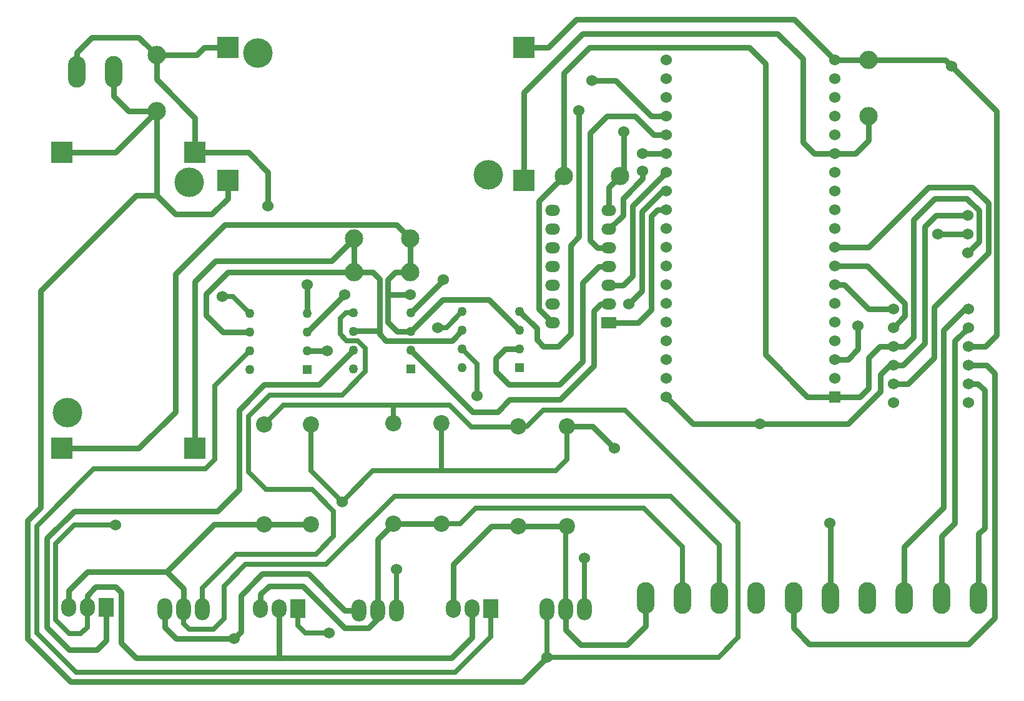
<source format=gbl>
G04 Layer: BottomLayer*
G04 EasyEDA v6.5.50, 2025-04-28 15:30:03*
G04 d29e8bbd84a64c809dbd0fd1d51e9294,1edd566ed00f4b82bd531d174b10065b,10*
G04 Gerber Generator version 0.2*
G04 Scale: 100 percent, Rotated: No, Reflected: No *
G04 Dimensions in millimeters *
G04 leading zeros omitted , absolute positions ,4 integer and 5 decimal *
%FSLAX45Y45*%
%MOMM*%

%AMMACRO1*21,1,$1,$2,0,0,$3*%
%ADD10C,0.8000*%
%ADD11C,0.7000*%
%ADD12R,3.0000X3.0000*%
%ADD13O,2.3800054000000004X4.28498*%
%ADD14C,2.4892*%
%ADD15C,2.2000*%
%ADD16R,1.2670X1.2670*%
%ADD17C,1.2670*%
%ADD18O,1.9999959999999999X2.999994*%
%ADD19MACRO1,2.0015X2.4994X0.0000*%
%ADD20O,1.9999959999999999X2.4999949999999997*%
%ADD21C,1.5240*%
%ADD22R,2.0000X1.5000*%
%ADD23O,1.9999959999999999X1.499997*%
%ADD24R,1.5240X1.5240*%
%ADD25C,4.0000*%
%ADD26C,0.0135*%

%LPD*%
D10*
X304800Y-5791200D02*
G01*
X1346200Y-5791200D01*
X1841500Y-5295900D01*
X1841500Y-3429000D01*
X2514600Y-2755900D01*
X4838700Y-2755900D01*
X5029200Y-2946400D01*
X1587500Y-457200D02*
G01*
X2133600Y-457200D01*
X2235200Y-355600D01*
X2552700Y-355600D01*
X503173Y-685800D02*
G01*
X503173Y-423926D01*
X711200Y-215900D01*
X1346200Y-215900D01*
X1587500Y-457200D01*
X1003300Y-685800D02*
G01*
X1003300Y-1016000D01*
X1206500Y-1219200D01*
X1587500Y-1219200D01*
D11*
X2848102Y-4470400D02*
G01*
X2374900Y-4943602D01*
X2374900Y-5943600D01*
X2247900Y-6070600D01*
X736600Y-6070600D01*
X-38100Y-6845300D01*
X-38100Y-8293100D01*
X495300Y-8826500D01*
X5638800Y-8826500D01*
X6121400Y-8343900D01*
X6121400Y-7962900D01*
D10*
X7721600Y-3835400D02*
G01*
X7607300Y-3835400D01*
X7518400Y-3924300D01*
X7518400Y-4673600D01*
X7061200Y-5130800D01*
X6375400Y-5130800D01*
X6210300Y-5295900D01*
X5876797Y-5295900D01*
X5038597Y-4457700D01*
D11*
X5731002Y-4445000D02*
G01*
X5930900Y-4644897D01*
X5930900Y-5080000D01*
X5731002Y-3937000D02*
G01*
X5515102Y-4152900D01*
X5397500Y-4152900D01*
D10*
X7988300Y-3835400D02*
G01*
X8166100Y-3657600D01*
X8166100Y-2578100D01*
X8445500Y-2298700D01*
X8496300Y-2298700D01*
X7721600Y-4089400D02*
G01*
X8115300Y-4089400D01*
X8293100Y-3911600D01*
X8293100Y-2641600D01*
X8382000Y-2552700D01*
X8496300Y-2552700D01*
X11576050Y-4152900D02*
G01*
X11734800Y-3994150D01*
X11734800Y-3822700D01*
X11226800Y-3314700D01*
X10782300Y-3314700D01*
X11576050Y-4914900D02*
G01*
X11772900Y-4914900D01*
X12128500Y-4559300D01*
X12128500Y-3873500D01*
X12865100Y-3136900D01*
X12865100Y-2463800D01*
X12649200Y-2247900D01*
X12052300Y-2247900D01*
X11239500Y-3060700D01*
X10782300Y-3060700D01*
D11*
X647700Y-7950200D02*
G01*
X647700Y-8216900D01*
X558800Y-8305800D01*
X406400Y-8305800D01*
X215900Y-8115300D01*
X215900Y-7086600D01*
X469900Y-6832600D01*
X1028700Y-6832600D01*
D10*
X647700Y-7950200D02*
G01*
X647700Y-7785100D01*
X762000Y-7670800D01*
X1028700Y-7670800D01*
X1104900Y-7747000D01*
X1104900Y-8432800D01*
X1308100Y-8636000D01*
X3251200Y-8636000D01*
X3251200Y-7962900D01*
X1587500Y-2362200D02*
G01*
X1308100Y-2362200D01*
X12700Y-3657600D01*
X12700Y-6591300D01*
X-165100Y-6769100D01*
X-165100Y-8369300D01*
X419100Y-8953500D01*
X6553200Y-8953500D01*
X6883400Y-8623300D01*
D11*
X3683000Y-5466842D02*
G01*
X3683000Y-6096000D01*
X4102100Y-6515100D01*
D10*
X12592050Y-4660900D02*
G01*
X12839700Y-4660900D01*
X12954000Y-4775200D01*
X12954000Y-8089900D01*
X12598400Y-8445500D01*
X10439400Y-8445500D01*
X10223500Y-8229600D01*
X10223500Y-7823200D01*
X7137400Y-7975600D02*
G01*
X7137400Y-8255000D01*
X7340600Y-8458200D01*
X7962900Y-8458200D01*
X8216900Y-8204200D01*
X8216900Y-7823200D01*
D11*
X8717025Y-7823200D02*
G01*
X8717025Y-7129526D01*
X8191500Y-6604000D01*
X5918200Y-6604000D01*
X5708141Y-6814058D01*
X5448300Y-6814058D01*
X1955800Y-8166100D02*
G01*
X2032000Y-8242300D01*
X2362200Y-8242300D01*
X2501900Y-8102600D01*
X2501900Y-7658100D01*
X2794000Y-7366000D01*
X3886200Y-7366000D01*
X4813300Y-6438900D01*
X8559800Y-6438900D01*
X9220200Y-7099300D01*
X9220200Y-7823200D01*
D10*
X11726925Y-7823200D02*
G01*
X11722100Y-7818373D01*
X11722100Y-7124700D01*
X12255500Y-6591300D01*
X12255500Y-4191000D01*
X12547600Y-3898900D01*
X12592050Y-3898900D01*
X12230100Y-7823200D02*
G01*
X12230100Y-6985000D01*
X12407900Y-6807200D01*
X12407900Y-4337050D01*
X12592050Y-4152900D01*
X6565900Y-2159000D02*
G01*
X6565900Y-965200D01*
X7366000Y-165100D01*
X10007600Y-165100D01*
X10350500Y-508000D01*
X10350500Y-1638300D01*
X10502900Y-1790700D01*
X10782300Y-1790700D01*
X6565900Y-355600D02*
G01*
X6896100Y-355600D01*
X7277100Y25400D01*
X10236200Y25400D01*
X10782300Y-520700D01*
X7721600Y-3073400D02*
G01*
X7569200Y-3073400D01*
X7467600Y-2971800D01*
X7467600Y-1511300D01*
X7696200Y-1282700D01*
X8077200Y-1282700D01*
X8331200Y-1536700D01*
X8496300Y-1536700D01*
X7721600Y-3327400D02*
G01*
X7581900Y-3327400D01*
X7366000Y-3543300D01*
X7366000Y-4610100D01*
X7048500Y-4927600D01*
X6362700Y-4927600D01*
X6184900Y-4749800D01*
X6184900Y-4572000D01*
X6311900Y-4445000D01*
X6511797Y-4445000D01*
X6511899Y-3937000D02*
G01*
X6743700Y-4168800D01*
X6743700Y-4318000D01*
X6832600Y-4406900D01*
X7035800Y-4406900D01*
X7200900Y-4241800D01*
X7200900Y-3035300D01*
X7315200Y-2921000D01*
X7315200Y-1206500D01*
X11576050Y-4660900D02*
G01*
X11709400Y-4660900D01*
X12001500Y-4368800D01*
X12001500Y-2781300D01*
X12153900Y-2628900D01*
X12585700Y-2628900D01*
X11576050Y-4406900D02*
G01*
X11722100Y-4406900D01*
X11849100Y-4279900D01*
X11849100Y-2692400D01*
X12141200Y-2400300D01*
X12573000Y-2400300D01*
X12738100Y-2565400D01*
X12738100Y-2984500D01*
X12585700Y-3136900D01*
D11*
X7391400Y-7277100D02*
G01*
X7391400Y-7975600D01*
X5448300Y-6057900D02*
G01*
X5448300Y-6096000D01*
X5448300Y-5454142D02*
G01*
X5448300Y-6057900D01*
X7150100Y-6852208D02*
G01*
X7137400Y-6864908D01*
X7137400Y-7975600D01*
X6489700Y-5492191D02*
G01*
X6610908Y-5492191D01*
X6832600Y-5270500D01*
X7937500Y-5270500D01*
X9474200Y-6807200D01*
X9474200Y-8356600D01*
X9207500Y-8623300D01*
X6883400Y-8623300D01*
X7150100Y-5492191D02*
G01*
X7150100Y-5943600D01*
X6997700Y-6096000D01*
X4521200Y-6096000D01*
X4102100Y-6515100D01*
X4800600Y-5454091D02*
G01*
X4800600Y-5207000D01*
D10*
X2697479Y-8636000D02*
G01*
X5588000Y-8636000D01*
X5867400Y-8356600D01*
X5867400Y-7962900D01*
D11*
X4838700Y-7429500D02*
G01*
X4838700Y-7988300D01*
D10*
X3628900Y-4216400D02*
G01*
X4136900Y-3708400D01*
X4140200Y-3708400D01*
D11*
X6883400Y-7975600D02*
G01*
X6883400Y-8623300D01*
D10*
X2641600Y-8369300D02*
G01*
X2730500Y-8280400D01*
X2730500Y-7785100D01*
X3022600Y-7493000D01*
X3644900Y-7493000D01*
X4140200Y-7988300D01*
X4330700Y-7988300D01*
X1701800Y-7975600D02*
G01*
X1701800Y-8216900D01*
X1854200Y-8369300D01*
X2641600Y-8369300D01*
X2997200Y-7962900D02*
G01*
X2997200Y-7772400D01*
X3111500Y-7658100D01*
X3568700Y-7658100D01*
X4140200Y-8229600D01*
X4457700Y-8229600D01*
X4584700Y-8102600D01*
X4584700Y-7988300D01*
X1587500Y-1219200D02*
G01*
X1028674Y-1778025D01*
X304774Y-1778025D01*
X1587500Y-457200D02*
G01*
X1587500Y-787400D01*
X2108200Y-1308100D01*
X2108200Y-1778000D01*
X1587500Y-1219200D02*
G01*
X1587500Y-2362200D01*
X1841500Y-2616200D01*
X2336800Y-2616200D01*
X2552700Y-2400300D01*
X2552700Y-2159000D01*
X11239500Y-520700D02*
G01*
X10934700Y-520700D01*
X10782300Y-520700D01*
X11239500Y-1282700D02*
G01*
X11239500Y-1612900D01*
X11061700Y-1790700D01*
X10782300Y-1790700D01*
X10782300Y-3568700D02*
G01*
X10909300Y-3568700D01*
X11239500Y-3898900D01*
X11576050Y-3898900D01*
X4267200Y-2946400D02*
G01*
X4267200Y-3402584D01*
X5029200Y-2946400D02*
G01*
X5029200Y-3402584D01*
X5029200Y-3402584D02*
G01*
X4827015Y-3402584D01*
X4724400Y-3505200D01*
X4724400Y-4076700D01*
X4851400Y-4203700D01*
X5038600Y-4203700D01*
X7721600Y-2565400D02*
G01*
X7721600Y-2247900D01*
X7874000Y-2095500D01*
X6489700Y-6852208D02*
G01*
X6489700Y-6852208D01*
X7150100Y-6852208D01*
X4800600Y-6814108D02*
G01*
X5448300Y-6814108D01*
X5448300Y-6814108D01*
X3048000Y-6826808D02*
G01*
X3683000Y-6826808D01*
X12369800Y-609600D02*
G01*
X12280900Y-520700D01*
X11239500Y-520700D01*
X12592050Y-4406900D02*
G01*
X12827000Y-4406900D01*
X12979400Y-4254500D01*
X12979400Y-1219200D01*
X12369800Y-609600D01*
X10782300Y-5092700D02*
G01*
X11125200Y-5092700D01*
X11239500Y-4978400D01*
X11239500Y-4559300D01*
X11391900Y-4406900D01*
X11576050Y-4406900D01*
X10782300Y-4584700D02*
G01*
X10960100Y-4584700D01*
X11099800Y-4445000D01*
X11099800Y-4127500D01*
X12179300Y-2882900D02*
G01*
X12585700Y-2882900D01*
X12592050Y-4914900D02*
G01*
X12725400Y-4914900D01*
X12814300Y-5003800D01*
X12814300Y-6870700D01*
X12730099Y-6954901D01*
X12730099Y-7823200D01*
X10718800Y-6807200D02*
G01*
X10723499Y-6811898D01*
X10723499Y-7823200D01*
X393700Y-7950200D02*
G01*
X393700Y-7721600D01*
X647700Y-7467600D01*
X1727200Y-7467600D01*
X1955800Y-7696200D01*
X1955800Y-7975600D01*
X1727200Y-7467600D02*
G01*
X2367991Y-6826808D01*
X3048000Y-6826808D01*
X5613400Y-7962900D02*
G01*
X5613400Y-7366000D01*
X6127191Y-6852208D01*
X6489700Y-6852208D01*
X6959600Y-4089400D02*
G01*
X6769100Y-3898900D01*
X6769100Y-2438400D01*
X7112000Y-2095500D01*
X3628999Y-3962400D02*
G01*
X3632200Y-3959199D01*
X3632200Y-3568700D01*
X5038699Y-3949700D02*
G01*
X5473700Y-3514699D01*
X5473700Y-3505200D01*
X8496300Y-1790700D02*
G01*
X8343900Y-1790700D01*
X8178800Y-1790700D01*
X8496300Y-1282700D02*
G01*
X8293100Y-1282700D01*
X7810500Y-800100D01*
X7493000Y-800100D01*
X7874000Y-2095500D02*
G01*
X7924800Y-2044700D01*
X7924800Y-1498600D01*
X10782300Y-5092700D02*
G01*
X10414000Y-5092700D01*
X9842500Y-4521200D01*
X9842500Y-571500D01*
X9626600Y-355600D01*
X7454900Y-355600D01*
X7112000Y-698500D01*
X7112000Y-2095500D01*
X11576050Y-4660900D02*
G01*
X11531600Y-4660900D01*
X11404600Y-4787900D01*
X11404600Y-5016500D01*
X10960100Y-5461000D01*
X8864600Y-5461000D01*
X8496300Y-5092700D01*
X3628999Y-4470400D02*
G01*
X3898900Y-4470400D01*
X4610100Y-4076700D02*
G01*
X4610100Y-4241800D01*
X4699000Y-4330700D01*
X5591302Y-4330700D01*
X5731002Y-4191000D01*
X4267200Y-3402584D02*
G01*
X4520184Y-3402584D01*
X4610100Y-3492500D01*
X4610100Y-4076700D01*
X4257802Y-4203445D02*
G01*
X4610100Y-4203445D01*
X5038597Y-4203700D02*
G01*
X5470397Y-3771900D01*
X6092697Y-3771900D01*
X6511797Y-4191000D01*
X4724400Y-3692611D02*
G01*
X4740188Y-3708400D01*
X5029200Y-3708400D01*
X4584700Y-7988300D02*
G01*
X4584700Y-7030008D01*
X4800600Y-6814108D01*
D11*
X1955800Y-7975600D02*
G01*
X1955800Y-8166100D01*
D10*
X2108200Y-5791200D02*
G01*
X2108200Y-3530600D01*
X2387600Y-3251200D01*
X3962400Y-3251200D01*
X4267200Y-2946400D01*
X2108200Y-1778025D02*
G01*
X2832125Y-1778025D01*
X3098800Y-2044700D01*
X3098800Y-2501900D01*
X7150100Y-5492191D02*
G01*
X7498791Y-5492191D01*
X7797800Y-5791200D01*
D11*
X3505200Y-7962900D02*
G01*
X3505200Y-8191500D01*
X3606800Y-8293100D01*
X3924300Y-8293100D01*
X3048000Y-5466842D02*
G01*
X3307841Y-5207000D01*
X5562600Y-5207000D01*
X5854700Y-5499100D01*
X6482841Y-5499100D01*
X6489700Y-5492242D01*
X2209800Y-7975600D02*
G01*
X2209800Y-7683500D01*
X2667000Y-7226300D01*
X3746500Y-7226300D01*
X3987800Y-6985000D01*
X3987800Y-6642100D01*
X3695700Y-6350000D01*
X3073400Y-6350000D01*
X2832100Y-6108700D01*
X2832100Y-5359400D01*
X3124200Y-5067300D01*
X4102100Y-5067300D01*
X4419600Y-4749800D01*
X4419600Y-4432300D01*
X4318000Y-4330700D01*
X4165600Y-4330700D01*
X4076700Y-4241800D01*
X4076700Y-4025900D01*
X4152900Y-3949700D01*
X4257802Y-3949700D01*
D10*
X901700Y-7950200D02*
G01*
X901700Y-8394700D01*
X774700Y-8521700D01*
X406400Y-8521700D01*
X101600Y-8216900D01*
X101600Y-7010400D01*
X469900Y-6642100D01*
X2413000Y-6642100D01*
X2705100Y-6350000D01*
X2705100Y-5270500D01*
X3048000Y-4927600D01*
X3787902Y-4927600D01*
X4257802Y-4457700D01*
D11*
X2848102Y-3962400D02*
G01*
X2619502Y-3733800D01*
X2476500Y-3733800D01*
D10*
X2848102Y-4216400D02*
G01*
X2489200Y-4216400D01*
X2260600Y-3987800D01*
X2260600Y-3695700D01*
X2553715Y-3402584D01*
X4267200Y-3402584D01*
X7721600Y-2819400D02*
G01*
X7912100Y-2628900D01*
X7912100Y-2400300D01*
X8178800Y-2133600D01*
X8178800Y-2032000D01*
X7721600Y-3581400D02*
G01*
X7912100Y-3581400D01*
X8039100Y-3454400D01*
X8039100Y-2501900D01*
X8496300Y-2044700D01*
D12*
G01*
X2552725Y-355625D03*
G01*
X2552725Y-2159025D03*
G01*
X6565925Y-2159025D03*
G01*
X6565925Y-355625D03*
G01*
X2108200Y-1778025D03*
G01*
X304800Y-1778025D03*
G01*
X304800Y-5791225D03*
G01*
X2108200Y-5791225D03*
D13*
G01*
X1003300Y-685800D03*
G01*
X503301Y-685800D03*
G01*
X11226800Y-7823200D03*
G01*
X11726799Y-7823200D03*
G01*
X12230100Y-7823200D03*
G01*
X12730099Y-7823200D03*
G01*
X9220200Y-7823200D03*
G01*
X9720199Y-7823200D03*
G01*
X8216900Y-7823200D03*
G01*
X8716899Y-7823200D03*
G01*
X10223500Y-7823200D03*
G01*
X10723499Y-7823200D03*
D14*
G01*
X11239500Y-520700D03*
G01*
X11239500Y-1282700D03*
G01*
X7112000Y-2095500D03*
G01*
X7874000Y-2095500D03*
G01*
X5029200Y-3402584D03*
G01*
X4267200Y-3402584D03*
G01*
X5029200Y-2946400D03*
G01*
X4267200Y-2946400D03*
G01*
X1587500Y-1219200D03*
G01*
X1587500Y-457200D03*
D15*
G01*
X3048000Y-6826808D03*
G01*
X3048000Y-5466791D03*
G01*
X3683000Y-5466791D03*
G01*
X3683000Y-6826808D03*
G01*
X5448300Y-5454091D03*
G01*
X5448300Y-6814108D03*
G01*
X4800600Y-6814108D03*
G01*
X4800600Y-5454091D03*
G01*
X7150100Y-5492191D03*
G01*
X7150100Y-6852208D03*
G01*
X6489700Y-6852208D03*
G01*
X6489700Y-5492191D03*
D16*
G01*
X5038699Y-4711700D03*
D17*
G01*
X5038699Y-4457700D03*
G01*
X5038699Y-4203700D03*
G01*
X5038699Y-3949700D03*
G01*
X4257700Y-3949700D03*
G01*
X4257700Y-4203700D03*
G01*
X4257700Y-4457700D03*
G01*
X4257700Y-4711700D03*
D16*
G01*
X6511899Y-4699000D03*
D17*
G01*
X6511899Y-4445000D03*
G01*
X6511899Y-4191000D03*
G01*
X6511899Y-3937000D03*
G01*
X5730900Y-3937000D03*
G01*
X5730900Y-4191000D03*
G01*
X5730900Y-4445000D03*
G01*
X5730900Y-4699000D03*
D16*
G01*
X3628999Y-4724400D03*
D17*
G01*
X3628999Y-4470400D03*
G01*
X3628999Y-4216400D03*
G01*
X3628999Y-3962400D03*
G01*
X2848000Y-3962400D03*
G01*
X2848000Y-4216400D03*
G01*
X2848000Y-4470400D03*
G01*
X2848000Y-4724400D03*
D18*
G01*
X2209800Y-7975600D03*
G01*
X1701800Y-7975600D03*
G01*
X1955800Y-7975600D03*
G01*
X4838700Y-7988300D03*
G01*
X4330700Y-7988300D03*
G01*
X4584700Y-7988300D03*
G01*
X7391400Y-7975600D03*
G01*
X6883400Y-7975600D03*
G01*
X7137400Y-7975600D03*
D19*
G01*
X901700Y-7950200D03*
D20*
G01*
X393700Y-7950200D03*
G01*
X647700Y-7950200D03*
D19*
G01*
X3505200Y-7962900D03*
D20*
G01*
X2997200Y-7962900D03*
G01*
X3251200Y-7962900D03*
D19*
G01*
X6121400Y-7962900D03*
D20*
G01*
X5613400Y-7962900D03*
G01*
X5867400Y-7962900D03*
D21*
G01*
X12585700Y-2882900D03*
G01*
X12585700Y-3136900D03*
G01*
X12585700Y-2628900D03*
D22*
G01*
X7721600Y-4089400D03*
D23*
G01*
X7721600Y-3835400D03*
G01*
X7721600Y-3581400D03*
G01*
X7721600Y-3327400D03*
G01*
X7721600Y-3073400D03*
G01*
X7721600Y-2819400D03*
G01*
X7721600Y-2565400D03*
G01*
X6959600Y-4089400D03*
G01*
X6959600Y-3835400D03*
G01*
X6959600Y-3581400D03*
G01*
X6959600Y-3327400D03*
G01*
X6959600Y-3073400D03*
G01*
X6959600Y-2819400D03*
G01*
X6959600Y-2565400D03*
D21*
G01*
X12592050Y-3898900D03*
G01*
X12592050Y-4152900D03*
G01*
X12592050Y-4406900D03*
G01*
X12592050Y-4660900D03*
G01*
X12592050Y-4914900D03*
G01*
X12592050Y-5168900D03*
G01*
X11576050Y-5168900D03*
G01*
X11576050Y-4914900D03*
G01*
X11576050Y-4660900D03*
G01*
X11576050Y-4406900D03*
G01*
X11576050Y-4152900D03*
G01*
X11576050Y-3898900D03*
G01*
X10782300Y-520700D03*
G01*
X8496300Y-520700D03*
G01*
X10782300Y-774700D03*
G01*
X10782300Y-1028700D03*
D24*
G01*
X10782300Y-5092700D03*
D21*
G01*
X8496300Y-5092674D03*
G01*
X8496300Y-774700D03*
G01*
X8496300Y-1028700D03*
G01*
X10782300Y-4838700D03*
G01*
X10782300Y-1282700D03*
G01*
X10782300Y-1536700D03*
G01*
X10782300Y-1790700D03*
G01*
X10782300Y-2044700D03*
G01*
X10782300Y-2298700D03*
G01*
X10782300Y-2552700D03*
G01*
X10782300Y-2806700D03*
G01*
X10782300Y-3060700D03*
G01*
X10782300Y-3314700D03*
G01*
X10782300Y-3568700D03*
G01*
X10782300Y-3822700D03*
G01*
X10782300Y-4076700D03*
G01*
X10782300Y-4330700D03*
G01*
X10782300Y-4584700D03*
G01*
X8496300Y-1282700D03*
G01*
X8496300Y-1536700D03*
G01*
X8496300Y-1790700D03*
G01*
X8496300Y-2044700D03*
G01*
X8496300Y-2298700D03*
G01*
X8496300Y-2552700D03*
G01*
X8496300Y-2806700D03*
G01*
X8496300Y-3060700D03*
G01*
X8496300Y-3314700D03*
G01*
X8496300Y-3568700D03*
G01*
X8496300Y-3822700D03*
G01*
X8496300Y-4076700D03*
G01*
X8496300Y-4330700D03*
G01*
X8496300Y-4584700D03*
G01*
X8496300Y-4838700D03*
G01*
X11099800Y-4127500D03*
G01*
X12179300Y-2882900D03*
G01*
X12369800Y-609600D03*
G01*
X10718800Y-6807200D03*
G01*
X7493000Y-800100D03*
G01*
X3632200Y-3568700D03*
G01*
X8178800Y-1790700D03*
G01*
X7315200Y-1206500D03*
G01*
X7988300Y-3835400D03*
G01*
X5473700Y-3505200D03*
G01*
X7924800Y-1498600D03*
G01*
X9766300Y-5461000D03*
G01*
X8178800Y-2032000D03*
G01*
X3898900Y-4470400D03*
G01*
X5029200Y-3708400D03*
G01*
X4140200Y-3708400D03*
G01*
X4102100Y-6515100D03*
G01*
X1028700Y-6832600D03*
G01*
X3924300Y-8293100D03*
G01*
X5930900Y-5080000D03*
G01*
X2641600Y-8369300D03*
G01*
X6883400Y-8623300D03*
G01*
X5397500Y-4152900D03*
G01*
X4838700Y-7429500D03*
G01*
X2476500Y-3733800D03*
G01*
X7391400Y-7277100D03*
G01*
X3098800Y-2501900D03*
G01*
X7797800Y-5791200D03*
D25*
G01*
X2959100Y-431800D03*
G01*
X6083300Y-2082800D03*
G01*
X2032000Y-2184400D03*
G01*
X381000Y-5308600D03*
M02*

</source>
